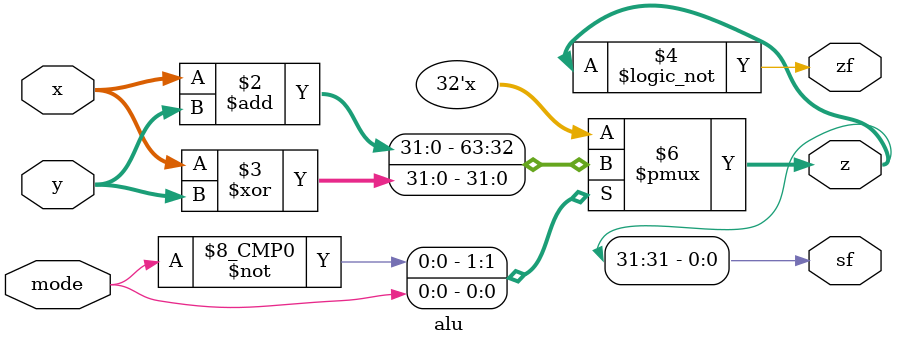
<source format=sv>

module alu #(
    parameter N = 32 // bit width
)(
    input [N-1:0] x,
    input [N-1:0] y,
    input mode,
    output reg [N-1:0] z,
    output reg zf,
    output reg sf
);
    always @(x or y) begin
        case (mode)
            1'b0: z = x + y;
            1'b1: z = x ^ y;
        endcase

        zf = (z == 0);
        sf = (z[N-1] == 1);
    end
endmodule

</source>
